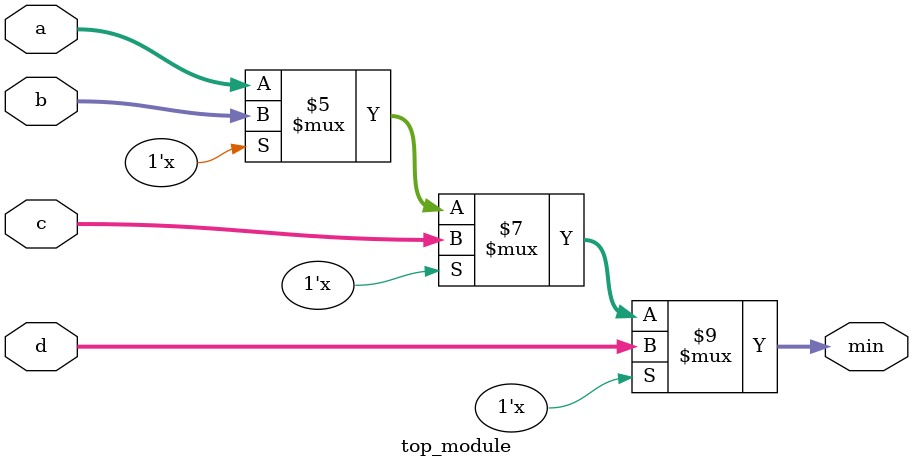
<source format=sv>
module top_module (
    input [7:0] a,
    input [7:0] b,
    input [7:0] c,
    input [7:0] d,
    output reg [7:0] min
);

always_comb begin
    min <= a;
    if (b < min)
        min <= b;
    if (c < min)
        min <= c;
    if (d < min)
        min <= d;
end

endmodule

</source>
